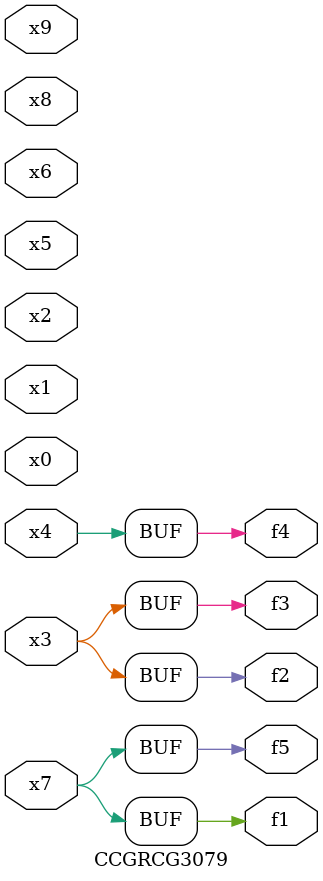
<source format=v>
module CCGRCG3079(
	input x0, x1, x2, x3, x4, x5, x6, x7, x8, x9,
	output f1, f2, f3, f4, f5
);
	assign f1 = x7;
	assign f2 = x3;
	assign f3 = x3;
	assign f4 = x4;
	assign f5 = x7;
endmodule

</source>
